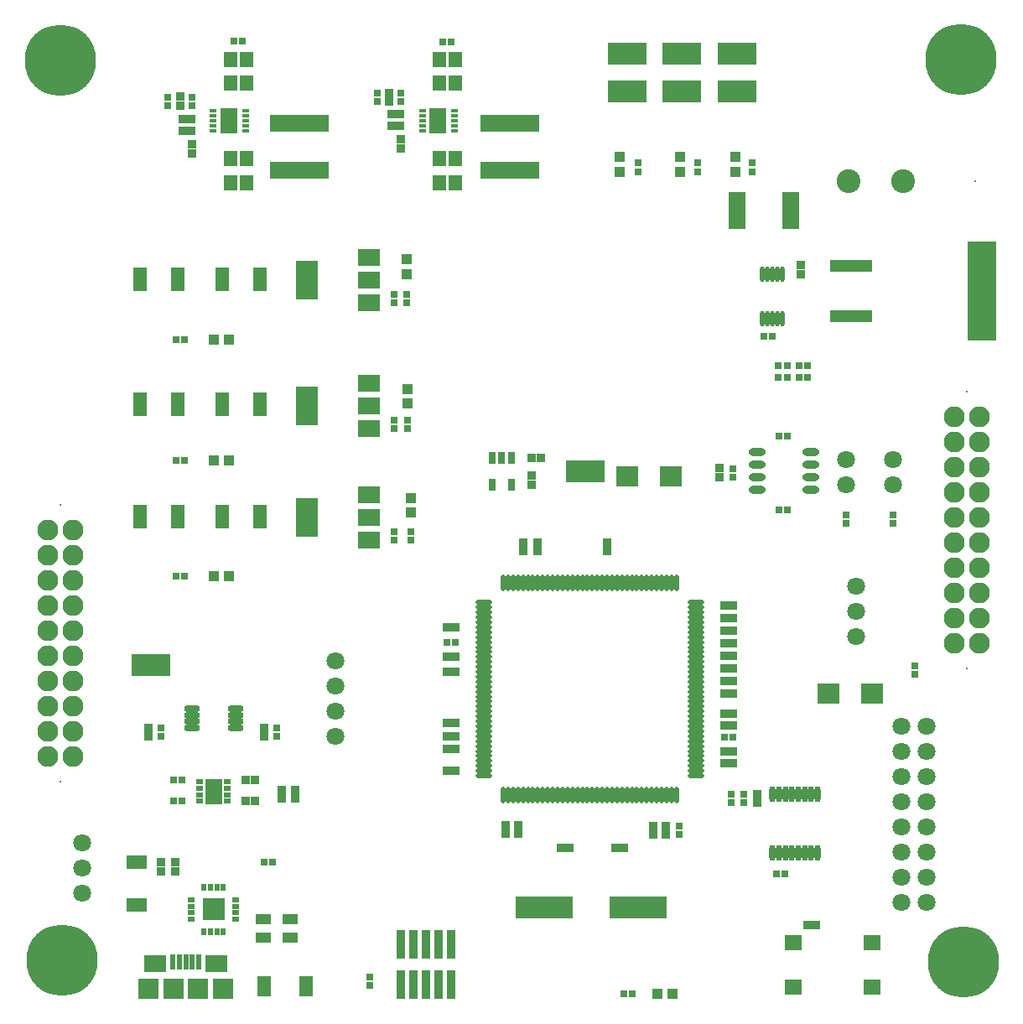
<source format=gts>
G04 Layer_Color=8388736*
%FSLAX25Y25*%
%MOIN*%
G70*
G01*
G75*
%ADD72R,0.02965X0.03162*%
%ADD73O,0.06509X0.01981*%
%ADD74O,0.01981X0.06509*%
%ADD75R,0.03950X0.03950*%
%ADD76R,0.03162X0.02965*%
%ADD77R,0.03241X0.03398*%
%ADD78R,0.03950X0.03950*%
%ADD79R,0.03398X0.03241*%
%ADD80R,0.02768X0.01981*%
%ADD81R,0.01981X0.02768*%
%ADD82R,0.09068X0.09068*%
%ADD83R,0.05918X0.04343*%
%ADD84R,0.03800X0.11800*%
%ADD85R,0.05800X0.07965*%
%ADD86O,0.02572X0.06312*%
%ADD87R,0.05524X0.06115*%
%ADD88R,0.08674X0.15761*%
%ADD89R,0.08674X0.06706*%
%ADD90R,0.23241X0.07099*%
%ADD91R,0.02965X0.01784*%
%ADD92R,0.07099X0.10249*%
%ADD93R,0.03162X0.01981*%
%ADD94R,0.06666X0.10249*%
%ADD95R,0.15367X0.08674*%
%ADD96R,0.05800X0.09265*%
%ADD97R,0.09068X0.07887*%
%ADD98R,0.07965X0.05800*%
%ADD99R,0.06902X0.05918*%
%ADD100O,0.06312X0.02768*%
%ADD101O,0.01981X0.06115*%
%ADD102R,0.07099X0.14579*%
%ADD103R,0.11430X0.39383*%
%ADD104R,0.17139X0.04934*%
%ADD105R,0.03162X0.04737*%
%ADD106O,0.06706X0.03162*%
%ADD107R,0.22847X0.09068*%
%ADD108R,0.02375X0.06135*%
%ADD109R,0.02375X0.06115*%
%ADD110R,0.07887X0.08280*%
%ADD111R,0.08280X0.08280*%
%ADD112R,0.09068X0.07099*%
%ADD113C,0.07099*%
%ADD114C,0.00800*%
%ADD115C,0.08280*%
%ADD116C,0.09461*%
%ADD117C,0.28359*%
%ADD118C,0.02768*%
D72*
X499508Y823622D02*
D03*
Y826968D02*
D03*
X477854Y823622D02*
D03*
Y826968D02*
D03*
X454232Y823622D02*
D03*
Y826968D02*
D03*
X362598Y721555D02*
D03*
Y724902D02*
D03*
X363779Y677067D02*
D03*
Y680413D02*
D03*
X362205Y771555D02*
D03*
Y774902D02*
D03*
X264567Y599114D02*
D03*
Y602461D02*
D03*
X347638Y500000D02*
D03*
Y503346D02*
D03*
X491142Y575984D02*
D03*
Y572638D02*
D03*
X496358Y575984D02*
D03*
Y572638D02*
D03*
X470472Y563484D02*
D03*
Y560138D02*
D03*
X267323Y853248D02*
D03*
Y849902D02*
D03*
X276772D02*
D03*
Y853248D02*
D03*
X350394Y854823D02*
D03*
Y851476D02*
D03*
X359842D02*
D03*
Y854823D02*
D03*
X564173Y623819D02*
D03*
Y627165D02*
D03*
X357087Y680413D02*
D03*
Y677067D02*
D03*
Y724902D02*
D03*
Y721555D02*
D03*
Y774902D02*
D03*
Y771555D02*
D03*
X310630Y602461D02*
D03*
Y599114D02*
D03*
X491732Y702264D02*
D03*
Y705610D02*
D03*
X537008Y683760D02*
D03*
Y687106D02*
D03*
X555512Y683760D02*
D03*
Y687106D02*
D03*
D73*
X392776Y583445D02*
D03*
Y585413D02*
D03*
Y587382D02*
D03*
Y589350D02*
D03*
Y591319D02*
D03*
Y593287D02*
D03*
Y595256D02*
D03*
Y597224D02*
D03*
Y599193D02*
D03*
Y601161D02*
D03*
Y603130D02*
D03*
Y605098D02*
D03*
Y607067D02*
D03*
Y609035D02*
D03*
Y611004D02*
D03*
Y612972D02*
D03*
Y614941D02*
D03*
Y616909D02*
D03*
Y618878D02*
D03*
Y620847D02*
D03*
Y622815D02*
D03*
Y624783D02*
D03*
Y626752D02*
D03*
Y628721D02*
D03*
Y630689D02*
D03*
Y632657D02*
D03*
Y634626D02*
D03*
Y636594D02*
D03*
Y638563D02*
D03*
Y640531D02*
D03*
Y642500D02*
D03*
Y644468D02*
D03*
Y646437D02*
D03*
Y648406D02*
D03*
Y650374D02*
D03*
Y652343D02*
D03*
X477224D02*
D03*
Y650374D02*
D03*
Y648406D02*
D03*
Y646437D02*
D03*
Y644468D02*
D03*
Y642500D02*
D03*
Y640531D02*
D03*
Y638563D02*
D03*
Y636594D02*
D03*
Y634626D02*
D03*
Y632657D02*
D03*
Y630689D02*
D03*
Y628721D02*
D03*
Y626752D02*
D03*
Y624783D02*
D03*
Y622815D02*
D03*
Y620847D02*
D03*
Y618878D02*
D03*
Y616909D02*
D03*
Y614941D02*
D03*
Y612972D02*
D03*
Y611004D02*
D03*
Y609035D02*
D03*
Y607067D02*
D03*
Y605098D02*
D03*
Y603130D02*
D03*
Y601161D02*
D03*
Y599193D02*
D03*
Y597224D02*
D03*
Y595256D02*
D03*
Y593287D02*
D03*
Y591319D02*
D03*
Y589350D02*
D03*
Y587382D02*
D03*
Y585413D02*
D03*
Y583445D02*
D03*
D74*
X400551Y660118D02*
D03*
X402520D02*
D03*
X404488D02*
D03*
X406457D02*
D03*
X408425D02*
D03*
X410394D02*
D03*
X412362D02*
D03*
X414331D02*
D03*
X416299D02*
D03*
X418268D02*
D03*
X420236D02*
D03*
X422205D02*
D03*
X424173D02*
D03*
X426142D02*
D03*
X428110D02*
D03*
X430079D02*
D03*
X432047D02*
D03*
X434016D02*
D03*
X435984D02*
D03*
X437953D02*
D03*
X439921D02*
D03*
X441890D02*
D03*
X443858D02*
D03*
X445827D02*
D03*
X447795D02*
D03*
X449764D02*
D03*
X451732D02*
D03*
X453701D02*
D03*
X455669D02*
D03*
X457638D02*
D03*
X459606D02*
D03*
X461575D02*
D03*
X463543D02*
D03*
X465512D02*
D03*
X467480D02*
D03*
X469449D02*
D03*
Y575669D02*
D03*
X467480D02*
D03*
X465512D02*
D03*
X463543D02*
D03*
X461575D02*
D03*
X459606D02*
D03*
X457638D02*
D03*
X455669D02*
D03*
X453701D02*
D03*
X451732D02*
D03*
X449764D02*
D03*
X447795D02*
D03*
X445827D02*
D03*
X443858D02*
D03*
X441890D02*
D03*
X439921D02*
D03*
X437953D02*
D03*
X435984D02*
D03*
X434016D02*
D03*
X432047D02*
D03*
X430079D02*
D03*
X428110D02*
D03*
X426142D02*
D03*
X424173D02*
D03*
X422205D02*
D03*
X420236D02*
D03*
X418268D02*
D03*
X416299D02*
D03*
X414331D02*
D03*
X412362D02*
D03*
X410394D02*
D03*
X408425D02*
D03*
X406457D02*
D03*
X404488D02*
D03*
X402520D02*
D03*
X400551D02*
D03*
D75*
X492815Y829429D02*
D03*
Y823524D02*
D03*
X470768Y829429D02*
D03*
Y823524D02*
D03*
X446752Y829429D02*
D03*
Y823524D02*
D03*
X363779Y693898D02*
D03*
Y687992D02*
D03*
X362205Y788779D02*
D03*
Y782874D02*
D03*
X362598Y737205D02*
D03*
Y731299D02*
D03*
D76*
X448524Y496654D02*
D03*
X451870D02*
D03*
X510039Y741831D02*
D03*
X513386D02*
D03*
X521555D02*
D03*
X518209D02*
D03*
X510138Y718504D02*
D03*
X513484D02*
D03*
X488484Y598819D02*
D03*
X491831D02*
D03*
X381594Y636614D02*
D03*
X378248D02*
D03*
X269587Y581890D02*
D03*
X272933D02*
D03*
X308760Y548976D02*
D03*
X305413D02*
D03*
X509350Y544488D02*
D03*
X512697D02*
D03*
X296949Y875591D02*
D03*
X293602D02*
D03*
X380020Y875197D02*
D03*
X376673D02*
D03*
X269587Y573622D02*
D03*
X272933D02*
D03*
X273760Y662835D02*
D03*
X270413D02*
D03*
X273760Y708898D02*
D03*
X270413D02*
D03*
X273760Y756929D02*
D03*
X270413D02*
D03*
X513386Y746457D02*
D03*
X510039D02*
D03*
X518209D02*
D03*
X521555D02*
D03*
X507480Y758268D02*
D03*
X504134D02*
D03*
X510138Y688976D02*
D03*
X513484D02*
D03*
D77*
X401575Y563937D02*
D03*
Y560472D02*
D03*
X465354Y560079D02*
D03*
Y563543D02*
D03*
X501575Y576142D02*
D03*
Y572677D02*
D03*
X276772Y834410D02*
D03*
Y830945D02*
D03*
X272047Y853307D02*
D03*
Y849842D02*
D03*
X359842Y836378D02*
D03*
Y832913D02*
D03*
X355118Y854882D02*
D03*
Y851417D02*
D03*
X312402Y574350D02*
D03*
Y577815D02*
D03*
X317913D02*
D03*
Y574350D02*
D03*
X518898Y786378D02*
D03*
Y782913D02*
D03*
X406496Y560472D02*
D03*
Y563937D02*
D03*
X441732Y676260D02*
D03*
Y672795D02*
D03*
X414331Y676260D02*
D03*
Y672795D02*
D03*
X411909Y702716D02*
D03*
Y699252D02*
D03*
X264567Y545512D02*
D03*
Y548976D02*
D03*
X460236Y560079D02*
D03*
Y563543D02*
D03*
X408425Y676260D02*
D03*
Y672795D02*
D03*
X270079Y548976D02*
D03*
Y545512D02*
D03*
X305512Y599055D02*
D03*
Y602520D02*
D03*
X486614Y705669D02*
D03*
Y702205D02*
D03*
X259449Y599055D02*
D03*
Y602520D02*
D03*
D78*
X461811Y496752D02*
D03*
X467717D02*
D03*
X291575Y662835D02*
D03*
X285669D02*
D03*
X291575Y708898D02*
D03*
X285669D02*
D03*
X291575Y756929D02*
D03*
X285669D02*
D03*
D79*
X415413Y709842D02*
D03*
X411949D02*
D03*
X491988Y593012D02*
D03*
X488524D02*
D03*
X491890Y603543D02*
D03*
X488425D02*
D03*
X276535Y844488D02*
D03*
X273071D02*
D03*
X276535Y839764D02*
D03*
X273071D02*
D03*
X359606Y846457D02*
D03*
X356142D02*
D03*
X359606Y841732D02*
D03*
X356142D02*
D03*
X491890Y636089D02*
D03*
X488425D02*
D03*
X378189Y585433D02*
D03*
X381653D02*
D03*
X378189Y594095D02*
D03*
X381653D02*
D03*
X378189Y642520D02*
D03*
X381653D02*
D03*
X378189Y624803D02*
D03*
X381653D02*
D03*
X491890Y616142D02*
D03*
X488425D02*
D03*
X491890Y608268D02*
D03*
X488425D02*
D03*
X378189Y599213D02*
D03*
X381653D02*
D03*
X491890Y588386D02*
D03*
X488425D02*
D03*
X378189Y604331D02*
D03*
X381653D02*
D03*
X378189Y630709D02*
D03*
X381653D02*
D03*
X491890Y651181D02*
D03*
X488425D02*
D03*
X521496Y524016D02*
D03*
X524961D02*
D03*
X298268Y581890D02*
D03*
X301732D02*
D03*
X301732Y573622D02*
D03*
X298268D02*
D03*
X491890Y621129D02*
D03*
X488425D02*
D03*
X491890Y641076D02*
D03*
X488425D02*
D03*
X491890Y626116D02*
D03*
X488425D02*
D03*
X491890Y646063D02*
D03*
X488425D02*
D03*
X423465Y554724D02*
D03*
X426929D02*
D03*
X448583D02*
D03*
X445118D02*
D03*
X491890Y631102D02*
D03*
X488425D02*
D03*
D80*
X276575Y534154D02*
D03*
Y531595D02*
D03*
Y529035D02*
D03*
Y526476D02*
D03*
X294291D02*
D03*
Y529035D02*
D03*
Y531595D02*
D03*
Y534154D02*
D03*
D81*
X281594Y521457D02*
D03*
X284154D02*
D03*
X286713D02*
D03*
X289272D02*
D03*
Y539173D02*
D03*
X286713D02*
D03*
X284154D02*
D03*
X281594D02*
D03*
D82*
X285433Y530315D02*
D03*
D83*
X315748Y519095D02*
D03*
Y526575D02*
D03*
X305118Y519095D02*
D03*
Y526575D02*
D03*
D84*
X379961Y500394D02*
D03*
X374961D02*
D03*
X369961D02*
D03*
X364961D02*
D03*
X359961D02*
D03*
Y516378D02*
D03*
X364961D02*
D03*
X369961D02*
D03*
X374961D02*
D03*
X379961D02*
D03*
D85*
X322126Y499705D02*
D03*
X305433D02*
D03*
D86*
X507677Y552756D02*
D03*
X510236D02*
D03*
X512795D02*
D03*
X515354D02*
D03*
X517913D02*
D03*
X520472D02*
D03*
X523032D02*
D03*
X525591D02*
D03*
X507677Y575984D02*
D03*
X510236D02*
D03*
X512795D02*
D03*
X515354D02*
D03*
X517913D02*
D03*
X520472D02*
D03*
X523032D02*
D03*
X525591D02*
D03*
D87*
X375197Y868110D02*
D03*
X381496D02*
D03*
X292126Y868110D02*
D03*
X298425D02*
D03*
X292126Y858661D02*
D03*
X298425D02*
D03*
X292126Y828740D02*
D03*
X298425D02*
D03*
X292126Y819291D02*
D03*
X298425D02*
D03*
X375197Y858661D02*
D03*
X381496D02*
D03*
X375197Y828740D02*
D03*
X381496D02*
D03*
X375197Y819291D02*
D03*
X381496D02*
D03*
D88*
X322480Y686063D02*
D03*
Y730551D02*
D03*
Y780551D02*
D03*
D89*
X347284Y695118D02*
D03*
Y686063D02*
D03*
Y677008D02*
D03*
Y739606D02*
D03*
Y730551D02*
D03*
Y721496D02*
D03*
Y789606D02*
D03*
Y780551D02*
D03*
Y771496D02*
D03*
D90*
X319685Y842717D02*
D03*
Y824213D02*
D03*
X403150Y842717D02*
D03*
Y824213D02*
D03*
D91*
X285335Y847638D02*
D03*
Y845669D02*
D03*
Y843701D02*
D03*
Y841732D02*
D03*
Y839764D02*
D03*
X298130D02*
D03*
Y841732D02*
D03*
Y843701D02*
D03*
Y845669D02*
D03*
Y847638D02*
D03*
X381201D02*
D03*
Y845669D02*
D03*
Y843701D02*
D03*
Y841732D02*
D03*
Y839764D02*
D03*
X368406D02*
D03*
Y841732D02*
D03*
Y843701D02*
D03*
Y845669D02*
D03*
Y847638D02*
D03*
D92*
X291634Y843701D02*
D03*
X374705D02*
D03*
D93*
X279921Y581004D02*
D03*
Y578445D02*
D03*
Y575886D02*
D03*
Y573327D02*
D03*
X290945Y581004D02*
D03*
Y578445D02*
D03*
Y575886D02*
D03*
Y573327D02*
D03*
D94*
X285433Y577165D02*
D03*
D95*
X449713Y855512D02*
D03*
X471654D02*
D03*
X493701D02*
D03*
Y870366D02*
D03*
X471707D02*
D03*
X449713D02*
D03*
X433071Y704331D02*
D03*
X260630Y627559D02*
D03*
D96*
X271260Y780709D02*
D03*
X256299D02*
D03*
X288976Y686614D02*
D03*
X303937D02*
D03*
X288976Y731102D02*
D03*
X303937D02*
D03*
X288976Y780709D02*
D03*
X303937D02*
D03*
X271260Y686614D02*
D03*
X256299D02*
D03*
X271260Y731102D02*
D03*
X256299D02*
D03*
D97*
X529823Y616142D02*
D03*
X547146D02*
D03*
X450000Y702362D02*
D03*
X467323D02*
D03*
D98*
X254724Y548976D02*
D03*
Y532283D02*
D03*
D99*
X547146Y499409D02*
D03*
X515846D02*
D03*
X547146Y517126D02*
D03*
X515846D02*
D03*
D100*
X276772Y610138D02*
D03*
Y607579D02*
D03*
Y605020D02*
D03*
Y602461D02*
D03*
X294094Y610138D02*
D03*
Y607579D02*
D03*
Y605020D02*
D03*
Y602461D02*
D03*
D101*
X511417Y782776D02*
D03*
X509449D02*
D03*
X507480D02*
D03*
X505512D02*
D03*
X503543D02*
D03*
X511417Y765256D02*
D03*
X509449D02*
D03*
X507480D02*
D03*
X505512D02*
D03*
X503543D02*
D03*
D102*
X514961Y808268D02*
D03*
X493701D02*
D03*
D103*
X590945Y775984D02*
D03*
D104*
X538779Y765984D02*
D03*
Y785984D02*
D03*
D105*
X403740Y709646D02*
D03*
X400000D02*
D03*
X396260D02*
D03*
Y699016D02*
D03*
X403740D02*
D03*
D106*
X522835Y697224D02*
D03*
Y702224D02*
D03*
Y707224D02*
D03*
Y712224D02*
D03*
X501575Y697224D02*
D03*
Y702224D02*
D03*
Y707224D02*
D03*
Y712224D02*
D03*
D107*
X416732Y531102D02*
D03*
X454134D02*
D03*
D108*
X271850Y509350D02*
D03*
D109*
X274410D02*
D03*
X276969D02*
D03*
X279528D02*
D03*
X269291D02*
D03*
D110*
X289370Y498819D02*
D03*
X259449Y498819D02*
D03*
D111*
X279134D02*
D03*
X269685D02*
D03*
D112*
X286614Y508858D02*
D03*
X262205Y508858D02*
D03*
D113*
X558898Y603071D02*
D03*
Y593071D02*
D03*
Y563071D02*
D03*
Y583071D02*
D03*
Y573071D02*
D03*
Y553071D02*
D03*
Y543071D02*
D03*
Y533071D02*
D03*
X568898D02*
D03*
Y543071D02*
D03*
Y553071D02*
D03*
Y573071D02*
D03*
Y583071D02*
D03*
Y563071D02*
D03*
Y593071D02*
D03*
Y603071D02*
D03*
X540945Y638819D02*
D03*
Y648819D02*
D03*
Y658819D02*
D03*
X233071Y536850D02*
D03*
Y546850D02*
D03*
Y556850D02*
D03*
X333858Y599213D02*
D03*
Y609213D02*
D03*
Y619213D02*
D03*
Y629213D02*
D03*
X537008Y699055D02*
D03*
Y709055D02*
D03*
X555512Y699055D02*
D03*
Y709055D02*
D03*
D114*
X584764Y626063D02*
D03*
Y736063D02*
D03*
X224528Y691221D02*
D03*
Y581220D02*
D03*
X588189Y819685D02*
D03*
D115*
X579764Y636063D02*
D03*
X589764D02*
D03*
Y646063D02*
D03*
X579764D02*
D03*
Y656063D02*
D03*
X589764D02*
D03*
Y666063D02*
D03*
X579764D02*
D03*
Y676063D02*
D03*
X589764D02*
D03*
Y686063D02*
D03*
X579764D02*
D03*
Y696063D02*
D03*
X589764D02*
D03*
Y706063D02*
D03*
X579764D02*
D03*
Y716063D02*
D03*
X589764D02*
D03*
Y726063D02*
D03*
X579764D02*
D03*
X229528Y681220D02*
D03*
X219528D02*
D03*
Y671220D02*
D03*
X229528D02*
D03*
Y661221D02*
D03*
X219528D02*
D03*
Y651221D02*
D03*
X229528D02*
D03*
Y641221D02*
D03*
X219528D02*
D03*
Y631220D02*
D03*
X229528D02*
D03*
Y621220D02*
D03*
X219528D02*
D03*
Y611221D02*
D03*
X229528D02*
D03*
Y601221D02*
D03*
X219528D02*
D03*
Y591221D02*
D03*
X229528D02*
D03*
D116*
X559449Y819685D02*
D03*
X537795D02*
D03*
D117*
X582677Y868110D02*
D03*
X225197Y510236D02*
D03*
X583465Y509449D02*
D03*
X224410Y867717D02*
D03*
D118*
X283268Y532480D02*
D03*
X287598D02*
D03*
X283268Y528150D02*
D03*
X287598D02*
D03*
M02*

</source>
